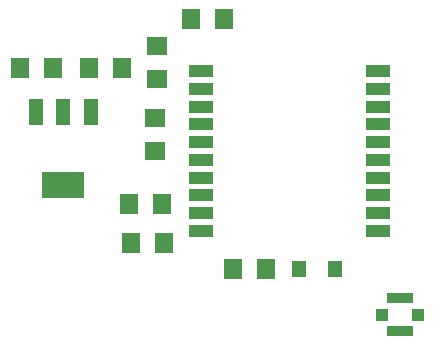
<source format=gtp>
G75*
%MOIN*%
%OFA0B0*%
%FSLAX24Y24*%
%IPPOS*%
%LPD*%
%AMOC8*
5,1,8,0,0,1.08239X$1,22.5*
%
%ADD10R,0.0787X0.0394*%
%ADD11R,0.0630X0.0709*%
%ADD12R,0.0709X0.0630*%
%ADD13R,0.0472X0.0551*%
%ADD14R,0.0866X0.0335*%
%ADD15R,0.0413X0.0394*%
%ADD16R,0.0480X0.0880*%
%ADD17R,0.1417X0.0866*%
D10*
X014467Y009543D03*
X014467Y010133D03*
X014467Y010724D03*
X014467Y011314D03*
X014467Y011905D03*
X014467Y012495D03*
X014467Y013086D03*
X014467Y013676D03*
X014467Y014267D03*
X014467Y014857D03*
X020373Y014857D03*
X020373Y014267D03*
X020373Y013676D03*
X020373Y013086D03*
X020373Y012495D03*
X020373Y011905D03*
X020373Y011314D03*
X020373Y010724D03*
X020373Y010133D03*
X020373Y009543D03*
D11*
X012129Y009130D03*
X013231Y009130D03*
X013161Y010450D03*
X012059Y010450D03*
X015549Y008280D03*
X016651Y008280D03*
X011831Y014980D03*
X010729Y014980D03*
X009531Y014980D03*
X008429Y014980D03*
X014139Y016600D03*
X015241Y016600D03*
D12*
X012990Y015701D03*
X012990Y014599D03*
X012920Y013311D03*
X012920Y012209D03*
D13*
X017739Y008280D03*
X018921Y008280D03*
D14*
X021110Y007291D03*
X021110Y006209D03*
D15*
X020510Y006750D03*
X021710Y006750D03*
D16*
X010790Y013500D03*
X009880Y013500D03*
X008970Y013500D03*
D17*
X009880Y011060D03*
M02*

</source>
